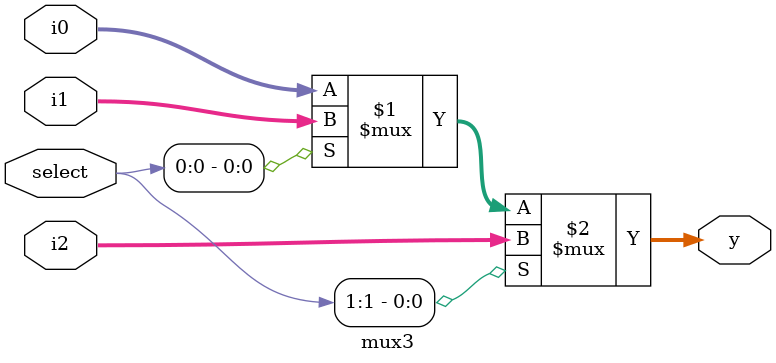
<source format=sv>
module mux3 (input [31:0] i0, i1, i2, input [1:0] select, output [31:0] y);
	assign y = 	select[1] ? i2 : (select[0] ? i1 : i0); 
endmodule			

</source>
